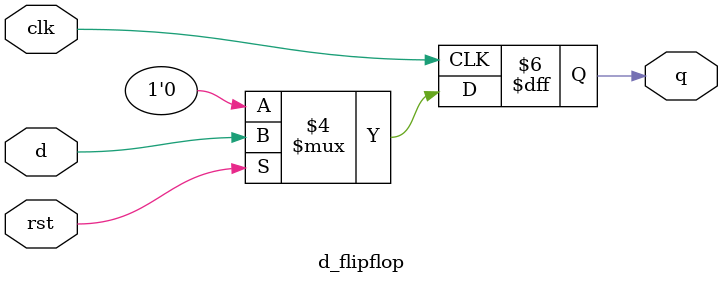
<source format=v>
`timescale 1ns / 1ps
module d_flipflop(
    input d, clk,rst, 
    output reg q
    );
    always @(posedge clk)
    begin
        if(!rst)
            q=0;
        else 
            q<=d;    
    end
    
endmodule

</source>
